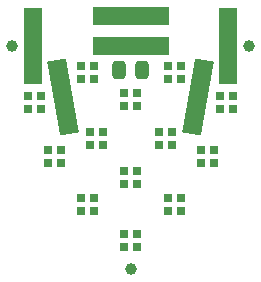
<source format=gbr>
G04 #@! TF.GenerationSoftware,KiCad,Pcbnew,(5.99.0-10027-g0561ce903e)*
G04 #@! TF.CreationDate,2021-09-03T23:47:34-07:00*
G04 #@! TF.ProjectId,scale_cca,7363616c-655f-4636-9361-2e6b69636164,v1r0*
G04 #@! TF.SameCoordinates,Original*
G04 #@! TF.FileFunction,Soldermask,Top*
G04 #@! TF.FilePolarity,Negative*
%FSLAX46Y46*%
G04 Gerber Fmt 4.6, Leading zero omitted, Abs format (unit mm)*
G04 Created by KiCad (PCBNEW (5.99.0-10027-g0561ce903e)) date 2021-09-03 23:47:34*
%MOMM*%
%LPD*%
G01*
G04 APERTURE LIST*
G04 Aperture macros list*
%AMRoundRect*
0 Rectangle with rounded corners*
0 $1 Rounding radius*
0 $2 $3 $4 $5 $6 $7 $8 $9 X,Y pos of 4 corners*
0 Add a 4 corners polygon primitive as box body*
4,1,4,$2,$3,$4,$5,$6,$7,$8,$9,$2,$3,0*
0 Add four circle primitives for the rounded corners*
1,1,$1+$1,$2,$3*
1,1,$1+$1,$4,$5*
1,1,$1+$1,$6,$7*
1,1,$1+$1,$8,$9*
0 Add four rect primitives between the rounded corners*
20,1,$1+$1,$2,$3,$4,$5,0*
20,1,$1+$1,$4,$5,$6,$7,0*
20,1,$1+$1,$6,$7,$8,$9,0*
20,1,$1+$1,$8,$9,$2,$3,0*%
G04 Aperture macros list end*
%ADD10RoundRect,0.050800X0.195955X-3.207760X1.281256X2.947288X-0.195955X3.207760X-1.281256X-2.947288X0*%
%ADD11RoundRect,0.050800X-0.300000X-0.300000X0.300000X-0.300000X0.300000X0.300000X-0.300000X0.300000X0*%
%ADD12RoundRect,0.050800X-3.125000X-0.750000X3.125000X-0.750000X3.125000X0.750000X-3.125000X0.750000X0*%
%ADD13RoundRect,0.050800X0.750000X-3.125000X0.750000X3.125000X-0.750000X3.125000X-0.750000X-3.125000X0*%
%ADD14C,1.000000*%
%ADD15RoundRect,0.275400X-0.275400X-0.500400X0.275400X-0.500400X0.275400X0.500400X-0.275400X0.500400X0*%
%ADD16RoundRect,0.050800X-0.750000X3.125000X-0.750000X-3.125000X0.750000X-3.125000X0.750000X3.125000X0*%
%ADD17RoundRect,0.050800X1.281256X-2.947288X0.195955X3.207760X-1.281256X2.947288X-0.195955X-3.207760X0*%
G04 APERTURE END LIST*
D10*
X42227500Y-45593000D03*
D11*
X40745500Y-44111000D03*
X40745500Y-43011000D03*
X39645500Y-43011000D03*
X39645500Y-44111000D03*
D12*
X36512500Y-41275000D03*
D13*
X28257500Y-41275000D03*
D14*
X26479500Y-41275000D03*
D11*
X34141500Y-49699000D03*
X34141500Y-48599000D03*
X33041500Y-48599000D03*
X33041500Y-49699000D03*
X30585500Y-51223000D03*
X30585500Y-50123000D03*
X29485500Y-50123000D03*
X29485500Y-51223000D03*
X33379500Y-44111000D03*
X33379500Y-43011000D03*
X32279500Y-43011000D03*
X32279500Y-44111000D03*
X39983500Y-49699000D03*
X39983500Y-48599000D03*
X38883500Y-48599000D03*
X38883500Y-49699000D03*
X45190500Y-46651000D03*
X45190500Y-45551000D03*
X44090500Y-45551000D03*
X44090500Y-46651000D03*
D12*
X36512500Y-38760400D03*
D11*
X33379500Y-55287000D03*
X33379500Y-54187000D03*
X32279500Y-54187000D03*
X32279500Y-55287000D03*
D15*
X35562500Y-43307000D03*
X37462500Y-43307000D03*
D11*
X37062500Y-53001000D03*
X37062500Y-51901000D03*
X35962500Y-51901000D03*
X35962500Y-53001000D03*
X37062500Y-58335000D03*
X37062500Y-57235000D03*
X35962500Y-57235000D03*
X35962500Y-58335000D03*
D14*
X36512500Y-60198000D03*
D11*
X37062500Y-46397000D03*
X37062500Y-45297000D03*
X35962500Y-45297000D03*
X35962500Y-46397000D03*
D16*
X44767500Y-41275000D03*
D14*
X46545500Y-41275000D03*
D11*
X28934500Y-46651000D03*
X28934500Y-45551000D03*
X27834500Y-45551000D03*
X27834500Y-46651000D03*
X40745500Y-55287000D03*
X40745500Y-54187000D03*
X39645500Y-54187000D03*
X39645500Y-55287000D03*
D17*
X30797500Y-45593000D03*
D11*
X43539500Y-51223000D03*
X43539500Y-50123000D03*
X42439500Y-50123000D03*
X42439500Y-51223000D03*
M02*

</source>
